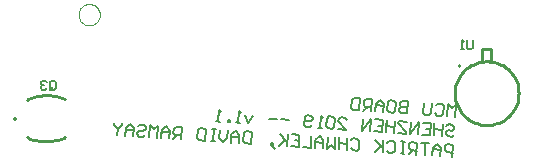
<source format=gbo>
%FSTAX23Y23*%
%MOIN*%
%SFA1B1*%

%IPPOS*%
%ADD10C,0.003900*%
%ADD14C,0.010000*%
%ADD15C,0.006000*%
%ADD90C,0.008000*%
%LNmcu_pcb-1*%
%LPD*%
G54D10*
X02117Y01215D02*
D01*
X02117Y01218*
X02117Y0122*
X02117Y01223*
X02116Y01225*
X02115Y01227*
X02114Y0123*
X02113Y01232*
X02112Y01234*
X02111Y01236*
X02109Y01238*
X02107Y0124*
X02106Y01242*
X02104Y01243*
X02102Y01245*
X021Y01246*
X02098Y01247*
X02095Y01248*
X02093Y01249*
X02091Y0125*
X02088Y0125*
X02086Y0125*
X02083Y01251*
X02081*
X02078Y0125*
X02076Y0125*
X02073Y0125*
X02071Y01249*
X02069Y01248*
X02066Y01247*
X02064Y01246*
X02062Y01245*
X0206Y01243*
X02058Y01242*
X02057Y0124*
X02055Y01238*
X02053Y01236*
X02052Y01234*
X02051Y01232*
X0205Y0123*
X02049Y01227*
X02048Y01225*
X02047Y01223*
X02047Y0122*
X02047Y01218*
X02047Y01215*
X02047Y01213*
X02047Y0121*
X02047Y01208*
X02048Y01205*
X02049Y01203*
X0205Y01201*
X02051Y01199*
X02052Y01196*
X02053Y01194*
X02055Y01192*
X02057Y01191*
X02058Y01189*
X0206Y01187*
X02062Y01186*
X02064Y01185*
X02066Y01183*
X02069Y01182*
X02071Y01182*
X02073Y01181*
X02076Y0118*
X02078Y0118*
X02081Y0118*
X02083*
X02086Y0118*
X02088Y0118*
X02091Y01181*
X02093Y01182*
X02095Y01182*
X02098Y01183*
X021Y01185*
X02102Y01186*
X02104Y01187*
X02106Y01189*
X02107Y01191*
X02109Y01192*
X02111Y01194*
X02112Y01196*
X02113Y01199*
X02114Y01201*
X02115Y01203*
X02116Y01205*
X02117Y01208*
X02117Y0121*
X02117Y01213*
X02117Y01215*
G54D14*
X03514Y00954D02*
D01*
X03513Y00961*
X03513Y00968*
X03511Y00976*
X0351Y00983*
X03507Y0099*
X03505Y00997*
X03501Y01004*
X03498Y0101*
X03493Y01016*
X03489Y01022*
X03484Y01027*
X03479Y01033*
X03473Y01037*
X03467Y01042*
X03461Y01046*
X03454Y01049*
X03447Y01052*
X0344Y01055*
X03433Y01057*
X03426Y01058*
X03419Y01059*
X03411Y0106*
X03404*
X03396Y01059*
X03389Y01058*
X03382Y01057*
X03375Y01055*
X03368Y01052*
X03361Y01049*
X03354Y01046*
X03348Y01042*
X03342Y01037*
X03336Y01033*
X03331Y01027*
X03326Y01022*
X03321Y01016*
X03317Y0101*
X03314Y01004*
X0331Y00997*
X03308Y0099*
X03305Y00983*
X03303Y00976*
X03302Y00968*
X03301Y00961*
X03301Y00954*
X03301Y00946*
X03302Y00939*
X03303Y00931*
X03305Y00924*
X03308Y00917*
X0331Y0091*
X03314Y00904*
X03317Y00897*
X03321Y00891*
X03326Y00885*
X03331Y0088*
X03336Y00875*
X03342Y0087*
X03348Y00865*
X03354Y00862*
X03361Y00858*
X03368Y00855*
X03375Y00853*
X03382Y0085*
X03389Y00849*
X03396Y00848*
X03404Y00847*
X03411*
X03419Y00848*
X03426Y00849*
X03433Y0085*
X0344Y00853*
X03447Y00855*
X03454Y00858*
X03461Y00862*
X03467Y00865*
X03473Y0087*
X03479Y00875*
X03484Y0088*
X03489Y00885*
X03493Y00891*
X03498Y00897*
X03501Y00904*
X03505Y0091*
X03507Y00917*
X0351Y00924*
X03511Y00931*
X03513Y00939*
X03513Y00946*
X03514Y00954*
X03316Y01046D02*
D01*
X03316Y01046*
X03316Y01046*
X03316Y01046*
X03316Y01046*
X03316Y01047*
X03316Y01047*
X03316Y01047*
X03316Y01047*
X03316Y01047*
X03316Y01047*
X03316Y01047*
X03316Y01047*
X03316Y01047*
X03316Y01047*
X03316Y01047*
X03316Y01047*
X03316Y01047*
X03316Y01047*
X03315Y01047*
X03315Y01047*
X03315Y01047*
X03315Y01047*
X03315*
X03315Y01047*
X03315Y01047*
X03315Y01047*
X03315Y01047*
X03315Y01047*
X03315Y01047*
X03314Y01047*
X03314Y01047*
X03314Y01047*
X03314Y01047*
X03314Y01047*
X03314Y01047*
X03314Y01047*
X03314Y01047*
X03314Y01047*
X03314Y01047*
X03314Y01047*
X03314Y01046*
X03314Y01046*
X03314Y01046*
X03314Y01046*
X03314Y01046*
X03314Y01046*
X03314Y01046*
X03314Y01046*
X03314Y01046*
X03314Y01046*
X03314Y01046*
X03314Y01045*
X03314Y01045*
X03314Y01045*
X03314Y01045*
X03314Y01045*
X03314Y01045*
X03314Y01045*
X03314Y01045*
X03314Y01045*
X03315Y01045*
X03315Y01045*
X03315Y01045*
X03315Y01045*
X03315Y01045*
X03315Y01045*
X03315Y01045*
X03315*
X03315Y01045*
X03315Y01045*
X03315Y01045*
X03316Y01045*
X03316Y01045*
X03316Y01045*
X03316Y01045*
X03316Y01045*
X03316Y01045*
X03316Y01045*
X03316Y01045*
X03316Y01045*
X03316Y01045*
X03316Y01045*
X03316Y01045*
X03316Y01046*
X03316Y01046*
X03316Y01046*
X03316Y01046*
X03316Y01046*
X03316Y01046*
X03316Y01046*
X01835Y00869D02*
D01*
X01834Y00869*
X01834Y00869*
X01834Y00869*
X01834Y00869*
X01834Y00869*
X01834Y00869*
X01834Y00869*
X01834Y00869*
X01834Y00869*
X01834Y00869*
X01834Y0087*
X01834Y0087*
X01834Y0087*
X01834Y0087*
X01834Y0087*
X01834Y0087*
X01834Y0087*
X01834Y0087*
X01834Y0087*
X01833Y0087*
X01833Y0087*
X01833Y0087*
X01833*
X01833Y0087*
X01833Y0087*
X01833Y0087*
X01833Y0087*
X01833Y0087*
X01833Y0087*
X01833Y0087*
X01832Y0087*
X01832Y0087*
X01832Y0087*
X01832Y0087*
X01832Y00869*
X01832Y00869*
X01832Y00869*
X01832Y00869*
X01832Y00869*
X01832Y00869*
X01832Y00869*
X01832Y00869*
X01832Y00869*
X01832Y00869*
X01832Y00869*
X01832Y00869*
X01832Y00868*
X01832Y00868*
X01832Y00868*
X01832Y00868*
X01832Y00868*
X01832Y00868*
X01832Y00868*
X01832Y00868*
X01832Y00868*
X01832Y00868*
X01832Y00868*
X01832Y00868*
X01832Y00868*
X01833Y00867*
X01833Y00867*
X01833Y00867*
X01833Y00867*
X01833Y00867*
X01833Y00867*
X01833Y00867*
X01833Y00867*
X01833*
X01833Y00867*
X01833Y00867*
X01834Y00867*
X01834Y00867*
X01834Y00867*
X01834Y00867*
X01834Y00867*
X01834Y00868*
X01834Y00868*
X01834Y00868*
X01834Y00868*
X01834Y00868*
X01834Y00868*
X01834Y00868*
X01834Y00868*
X01834Y00868*
X01834Y00868*
X01834Y00868*
X01834Y00868*
X01834Y00868*
X01834Y00869*
X01835Y00869*
X02001Y00933D02*
D01*
X01992Y00937*
X01982Y0094*
X01972Y00943*
X01961Y00945*
X01951Y00946*
X0194Y00946*
X0193Y00946*
X01919Y00945*
X01909Y00943*
X01899Y00941*
X01889Y00938*
X01879Y00934*
X01875Y00932*
X01876Y00807D02*
D01*
X01885Y00802*
X01895Y00799*
X01905Y00796*
X01916Y00794*
X01926Y00793*
X01937Y00793*
X01947Y00793*
X01958Y00794*
X01968Y00796*
X01978Y00798*
X01988Y00801*
X01998Y00805*
X02002Y00807*
X03423Y01059D02*
Y011D01*
X0339D02*
X03423D01*
X0339Y01063D02*
Y011D01*
G54D15*
X0336Y0113D02*
Y01105D01*
X03355Y011*
X03345*
X0334Y01105*
Y0113*
X0333Y011D02*
X0332D01*
X03325*
Y0113*
X0333Y01125*
X0195Y0097D02*
Y0099D01*
X01955Y00995*
X01965*
X0197Y0099*
Y0097*
X01965Y00965*
X01955*
X0196Y00975D02*
X0195Y00965D01*
X01955D02*
X0195Y0097D01*
X0194Y0099D02*
X01935Y00995D01*
X01925*
X0192Y0099*
Y00985*
X01925Y0098*
X0193*
X01925*
X0192Y00975*
Y0097*
X01925Y00965*
X01935*
X0194Y0097*
G54D90*
X03302Y00875D02*
X03304Y00915D01*
X0329Y00903*
X03278Y00917*
X03275Y00877*
X03237Y00913D02*
X03244Y00919D01*
X03258Y00918*
X03264Y00911*
X03262Y00885*
X03255Y00878*
X03242Y00879*
X03236Y00886*
X03224Y00921D02*
X03222Y00887D01*
X03215Y00881*
X03202Y00882*
X03196Y00889*
X03198Y00922*
X03145Y00926D02*
X03142Y00886D01*
X03122Y00887*
X03116Y00894*
X03116Y00901*
X03123Y00907*
X03143Y00906*
X03123Y00907*
X03117Y00914*
X03118Y00921*
X03125Y00927*
X03145Y00926*
X03085Y0093D02*
X03098Y00929D01*
X03104Y00922*
X03103Y00895*
X03096Y00889*
X03082Y0089*
X03076Y00897*
X03078Y00923*
X03085Y0093*
X03062Y00891D02*
X03064Y00918D01*
X03052Y00932*
X03037Y00919*
X03036Y00893*
X03037Y00913*
X03064Y00911*
X03022Y00894D02*
X03025Y00934D01*
X03005Y00935*
X02998Y00929*
X02997Y00915*
X03003Y00908*
X03023Y00907*
X0301Y00908D02*
X02996Y00895D01*
X02985Y00936D02*
X02982Y00896D01*
X02963Y00898*
X02956Y00905*
X02958Y00931*
X02965Y00937*
X02985Y00936*
X03273Y00843D02*
X0328Y0085D01*
X03293Y00849*
X03299Y00842*
X03299Y00835*
X03292Y00829*
X03279Y0083*
X03272Y00823*
X03271Y00817*
X03277Y0081*
X03291Y00809*
X03298Y00815*
X0326Y00851D02*
X03257Y00811D01*
X03259Y00831*
X03232Y00833*
X03233Y00853*
X03231Y00813*
X03194Y00855D02*
X0322Y00853D01*
X03218Y00814*
X03191Y00815*
X03219Y00834D02*
X03206Y00834D01*
X03178Y00816D02*
X0318Y00856D01*
X03151Y00818*
X03154Y00858*
X0314Y00859D02*
X03114Y0086D01*
X03113Y00854*
X03138Y00825*
X03138Y00819*
X03111Y00821*
X031Y00861D02*
X03098Y00821D01*
X03099Y00841*
X03073Y00843*
X03074Y00863*
X03071Y00823*
X03034Y00866D02*
X03061Y00864D01*
X03058Y00824*
X03031Y00826*
X03059Y00844D02*
X03046Y00845D01*
X03018Y00827D02*
X03021Y00866D01*
X02991Y00828*
X02994Y00868*
X02912Y00834D02*
X02938Y00832D01*
X02913Y0086*
X02914Y00867*
X02921Y00873*
X02934Y00872*
X0294Y00865*
X029Y00868D02*
X02894Y00875D01*
X02881Y00876*
X02874Y00869*
X02872Y00843*
X02878Y00836*
X02892Y00835*
X02899Y00841*
X029Y00868*
X02858Y00837D02*
X02845Y00838D01*
X02852Y00837*
X02854Y00877*
X02861Y0087*
X02826Y00846D02*
X02818Y0084D01*
X02805Y0084*
X02799Y00848*
X02801Y00874*
X02808Y0088*
X02821Y00879*
X02827Y00872*
X02827Y00866*
X0282Y0086*
X028Y00861*
X02747Y00864D02*
X0272Y00866D01*
X02707Y00867D02*
X0268Y00869D01*
X02627Y00879D02*
X02612Y00853D01*
X02601Y0088*
X02586Y00855D02*
X02572Y00856D01*
X02579Y00855*
X02582Y00895*
X02588Y00888*
X02552Y00857D02*
X02553Y00864D01*
X02546Y00864*
X02546Y00857*
X02552Y00857*
X02519Y00859D02*
X02506Y0086D01*
X02513Y0086*
X02515Y00899*
X02521Y00892*
X03293Y00741D02*
X03296Y00781D01*
X03276Y00783*
X03269Y00776*
X03268Y00763*
X03274Y00756*
X03294Y00755*
X03253Y00744D02*
X03255Y00771D01*
X03242Y00785*
X03228Y00772*
X03226Y00746*
X03228Y00766*
X03254Y00764*
X03216Y00786D02*
X03189Y00788D01*
X03202Y00787*
X032Y00747*
X03173Y00749D02*
X03176Y00789D01*
X03156Y0079*
X03149Y00784*
X03148Y00771*
X03154Y00764*
X03174Y00762*
X03161Y00763D02*
X03147Y00751D01*
X03136Y00792D02*
X03123Y00793D01*
X03129Y00792*
X03127Y00752*
X03133Y00752*
X0312Y00753*
X03076Y00789D02*
X03083Y00795D01*
X03096Y00794*
X03102Y00787*
X03101Y00761*
X03093Y00754*
X0308Y00755*
X03074Y00762*
X03063Y00796D02*
X0306Y00757D01*
X03061Y0077*
X03036Y00798*
X03055Y00777*
X03034Y00758*
X02956Y00797D02*
X02963Y00803D01*
X02976Y00802*
X02983Y00795*
X02981Y00768*
X02974Y00762*
X0296Y00763*
X02954Y0077*
X02943Y00804D02*
X0294Y00764D01*
X02942Y00784*
X02915Y00786*
X02916Y00806*
X02914Y00766*
X02903Y00807D02*
X02901Y00767D01*
X02888Y00781*
X02874Y00769*
X02877Y00809*
X02861Y0077D02*
X02862Y00796D01*
X0285Y0081*
X02836Y00798*
X02834Y00771*
X02835Y00791*
X02862Y00789*
X02823Y00812D02*
X02821Y00772D01*
X02794Y00774*
X02757Y00816D02*
X02783Y00815D01*
X02781Y00775*
X02754Y00776*
X02782Y00795D02*
X02769Y00796D01*
X02744Y00817D02*
X02741Y00777D01*
X02742Y00791*
X02717Y00819*
X02736Y00798*
X02714Y00779*
X02694Y00774D02*
X02688Y00781D01*
X02688Y00787*
X02695Y00787*
X02694Y0078*
X02688Y00781*
X02694Y00774*
X027Y00767*
X02624Y00825D02*
X02621Y00785D01*
X02601Y00786*
X02595Y00793*
X02597Y0082*
X02604Y00826*
X02624Y00825*
X02581Y00788D02*
X02583Y00814D01*
X02571Y00828*
X02556Y00816*
X02555Y00789*
X02556Y00809*
X02583Y00808*
X02544Y0083D02*
X02542Y00804D01*
X02528Y00791*
X02516Y00805*
X02517Y00832*
X02504Y00833D02*
X02491Y00834D01*
X02498Y00833*
X02495Y00793*
X02502Y00793*
X02488Y00794*
X02471Y00835D02*
X02468Y00795D01*
X02448Y00796*
X02442Y00803*
X02444Y0083*
X02451Y00836*
X02471Y00835*
X02388Y008D02*
X02391Y0084D01*
X02371Y00841*
X02364Y00835*
X02363Y00822*
X02369Y00815*
X02389Y00814*
X02376Y00814D02*
X02362Y00802D01*
X02349Y00803D02*
X0235Y00829D01*
X02338Y00844*
X02324Y00831*
X02322Y00805*
X02323Y00825*
X0235Y00823*
X02309Y00805D02*
X02311Y00845D01*
X02297Y00833*
X02285Y00847*
X02282Y00807*
X02244Y00843D02*
X02251Y00849D01*
X02265Y00848*
X02271Y00841*
X02271Y00835*
X02263Y00828*
X0225Y00829*
X02243Y00823*
X02243Y00816*
X02249Y00809*
X02262Y00809*
X02269Y00815*
X02229Y00811D02*
X02231Y00837D01*
X02218Y00851*
X02204Y00839*
X02202Y00812*
X02204Y00832*
X0223Y00831*
X02192Y00853D02*
X02191Y00847D01*
X02177Y00834*
X02165Y00848*
X02165Y00855*
X02177Y00834D02*
X02176Y00814D01*
M02*
</source>
